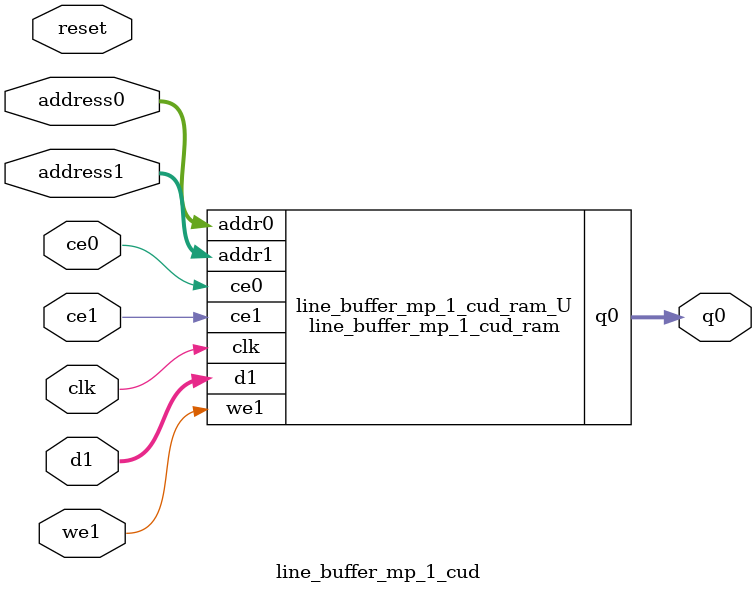
<source format=v>

`timescale 1 ns / 1 ps
module line_buffer_mp_1_cud_ram (addr0, ce0, q0, addr1, ce1, d1, we1,  clk);

parameter DWIDTH = 16;
parameter AWIDTH = 13;
parameter MEM_SIZE = 8192;

input[AWIDTH-1:0] addr0;
input ce0;
output reg[DWIDTH-1:0] q0;
input[AWIDTH-1:0] addr1;
input ce1;
input[DWIDTH-1:0] d1;
input we1;
input clk;

(* ram_style = "block" *)reg [DWIDTH-1:0] ram[0:MEM_SIZE-1];




always @(posedge clk)  
begin 
    if (ce0) 
    begin
            q0 <= ram[addr0];
    end
end


always @(posedge clk)  
begin 
    if (ce1) 
    begin
        if (we1) 
        begin 
            ram[addr1] <= d1; 
        end 
    end
end


endmodule


`timescale 1 ns / 1 ps
module line_buffer_mp_1_cud(
    reset,
    clk,
    address0,
    ce0,
    q0,
    address1,
    ce1,
    we1,
    d1);

parameter DataWidth = 32'd16;
parameter AddressRange = 32'd8192;
parameter AddressWidth = 32'd13;
input reset;
input clk;
input[AddressWidth - 1:0] address0;
input ce0;
output[DataWidth - 1:0] q0;
input[AddressWidth - 1:0] address1;
input ce1;
input we1;
input[DataWidth - 1:0] d1;



line_buffer_mp_1_cud_ram line_buffer_mp_1_cud_ram_U(
    .clk( clk ),
    .addr0( address0 ),
    .ce0( ce0 ),
    .q0( q0 ),
    .addr1( address1 ),
    .ce1( ce1 ),
    .d1( d1 ),
    .we1( we1 ));

endmodule


</source>
